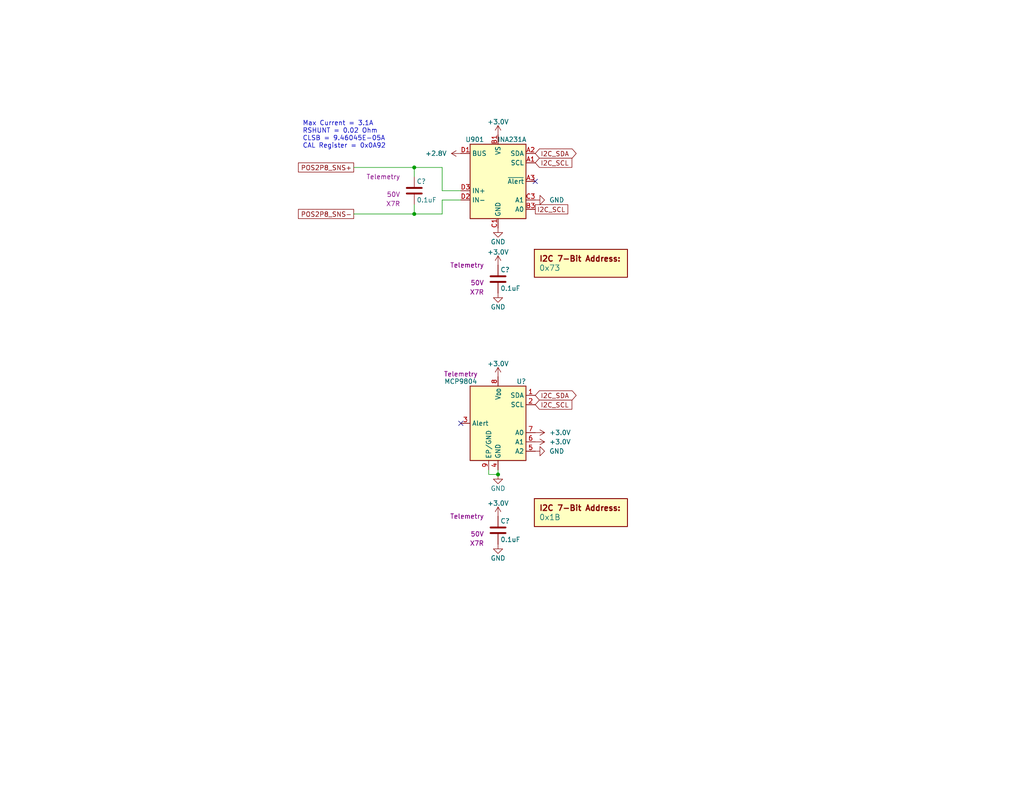
<source format=kicad_sch>
(kicad_sch (version 20231120) (generator "eeschema") (generator_version "8.0")
  (paper "A")
  (title_block (title "Thermal Camera") (date "2024-05-24") (rev "PRELIM") (company "Drew Maatman and Michael Laffin"))
  (lib_symbols
    (symbol "Custom Library:+2.8V" (power) (pin_names (offset 0))
      (property "Value" "+2.8V" (at 0 3.556 0))
      (symbol "+2.8V_0_1"
        (polyline (pts (xy -0.762 1.27) (xy 0 2.54)))
        (polyline (pts (xy 0 0) (xy 0 2.54)))
        (polyline (pts (xy 0 2.54) (xy 0.762 1.27)))
      )
      (symbol "+2.8V_1_1"
        (pin power_in line (at 0 0 90) (length 0) hide (name "+2.8V") (number "1"))
      )
    )
    (symbol "Custom Library:+3.0V" (power) (pin_names (offset 0))
      (property "Value" "+3.0V" (at 0 3.556 0))
      (symbol "+3.0V_0_1"
        (polyline (pts (xy -0.762 1.27) (xy 0 2.54)))
        (polyline (pts (xy 0 0) (xy 0 2.54)))
        (polyline (pts (xy 0 2.54) (xy 0.762 1.27)))
      )
      (symbol "+3.0V_1_1"
        (pin power_in line (at 0 0 90) (length 0) hide (name "+3.0V") (number "1"))
      )
    )
    (symbol "Custom Library:INA231A"
      (property "Reference" "U" (at -6.35 11.43 0))
      (property "Value" "INA231A" (at 3.81 11.43 0))
      (symbol "INA231A_0_1"
        (rectangle (start 7.62 10.16) (end -7.62 -10.16) (stroke (width 0.254)) (fill (type background)))
      )
      (symbol "INA231A_1_1"
        (pin input line (at 10.16 5.08 180) (length 2.54) (name "SCL") (number "A1"))
        (pin bidirectional line (at 10.16 7.62 180) (length 2.54) (name "SDA") (number "A2"))
        (pin open_collector line (at 10.16 0 180) (length 2.54) (name "~{Alert}") (number "A3"))
        (pin power_in line (at 0 12.7 270) (length 2.54) (name "VS") (number "B1"))
        (pin no_connect line (at 2.54 -12.7 90) (length 2.54) hide (name "NC") (number "B2"))
        (pin input line (at 10.16 -7.62 180) (length 2.54) (name "A0") (number "B3"))
        (pin power_in line (at 0 -12.7 90) (length 2.54) (name "GND") (number "C1"))
        (pin no_connect line (at 5.08 -12.7 90) (length 2.54) hide (name "NC") (number "C2"))
        (pin input line (at 10.16 -5.08 180) (length 2.54) (name "A1") (number "C3"))
        (pin input line (at -10.16 7.62 0) (length 2.54) (name "BUS") (number "D1"))
        (pin input line (at -10.16 -5.08 0) (length 2.54) (name "IN-") (number "D2"))
        (pin input line (at -10.16 -2.54 0) (length 2.54) (name "IN+") (number "D3"))
      )
    )
    (symbol "Custom_Library:C_Custom" (pin_numbers hide) (pin_names (offset 0.254))
      (property "Reference" "C" (at 0.635 2.54 0))
      (property "Value" "Custom_Library_C_Custom" (at 0.635 -2.54 0))
      (property "display_footprint" "Foot" (at -3.81 2.54 0))
      (property "Voltage" "V" (at -3.81 0 0))
      (property "Dielectric" "Er" (at -3.81 -2.54 0))
      (symbol "C_Custom_0_1"
        (polyline (pts (xy -2.032 -0.762) (xy 2.032 -0.762)) (stroke (width 0.508)))
        (polyline (pts (xy -2.032 0.762) (xy 2.032 0.762)) (stroke (width 0.508)))
      )
      (symbol "C_Custom_1_1"
        (pin passive line (at 0 3.81 270) (length 2.794) (name "~") (number "1"))
        (pin passive line (at 0 -3.81 90) (length 2.794) (name "~") (number "2"))
      )
    )
    (symbol "Custom_Library:I2C_Address" (pin_names (offset 1.016))
      (property "Value" "Custom_Library_I2C_Address" (at -11.43 0 0))
      (symbol "I2C_Address_0_0"
        (rectangle (start -12.7 5.08) (end 12.7 -2.54) (stroke (width 0.254)) (fill (type background)))
        (text "I2C 7-Bit Address:" (at -11.43 2.54 0) (effects (font (size 1.524 1.524) (bold yes)) (justify left)))
      )
    )
    (symbol "Sensor_Temperature:MCP9804_DFN"
      (property "Reference" "U" (at -6.35 11.43 0))
      (property "Value" "MCP9804_DFN" (at 10.16 11.43 0))
      (symbol "MCP9804_DFN_0_1"
        (rectangle (start -7.62 10.16) (end 7.62 -10.16) (stroke (width 0.254)) (fill (type background)))
      )
      (symbol "MCP9804_DFN_1_1"
        (pin bidirectional line (at -10.16 7.62 0) (length 2.54) (name "SDA") (number "1"))
        (pin input line (at -10.16 5.08 0) (length 2.54) (name "SCL") (number "2"))
        (pin output line (at 10.16 0 180) (length 2.54) (name "Alert") (number "3"))
        (pin power_in line (at 0 -12.7 90) (length 2.54) (name "GND") (number "4"))
        (pin input line (at -10.16 -7.62 0) (length 2.54) (name "A2") (number "5"))
        (pin input line (at -10.16 -5.08 0) (length 2.54) (name "A1") (number "6"))
        (pin input line (at -10.16 -2.54 0) (length 2.54) (name "A0") (number "7"))
        (pin power_in line (at 0 12.7 270) (length 2.54) (name "V_{DD}") (number "8"))
        (pin power_in line (at 2.54 -12.7 90) (length 2.54) (name "EP/GND") (number "9"))
      )
    )
    (symbol "power:GND" (power) (pin_names (offset 0))
      (property "Value" "GND" (at 0 -3.81 0))
      (symbol "GND_0_1"
        (polyline (pts (xy 0 0) (xy 0 -1.27) (xy 1.27 -1.27) (xy 0 -2.54) (xy -1.27 -1.27) (xy 0 -1.27)))
      )
      (symbol "GND_1_1"
        (pin power_in line (at 0 0 270) (length 0) hide (name "GND") (number "1"))
      )
    )
  )
  (junction (at 113.03 45.72))
  (junction (at 113.03 58.42))
  (junction (at 135.89 129.54))
  (no_connect (at 146.05 49.53))
  (no_connect (at 125.73 115.57))
  (wire (pts (xy 96.52 45.72) (xy 113.03 45.72)))
  (wire (pts (xy 113.03 48.26) (xy 113.03 45.72)))
  (wire (pts (xy 120.65 54.61) (xy 125.73 54.61)))
  (wire (pts (xy 113.03 55.88) (xy 113.03 58.42)))
  (wire (pts (xy 135.89 129.54) (xy 133.35 129.54)))
  (wire (pts (xy 120.65 45.72) (xy 113.03 45.72)))
  (wire (pts (xy 120.65 52.07) (xy 120.65 45.72)))
  (wire (pts (xy 120.65 54.61) (xy 120.65 58.42)))
  (wire (pts (xy 135.89 129.54) (xy 135.89 128.27)))
  (wire (pts (xy 133.35 129.54) (xy 133.35 128.27)))
  (wire (pts (xy 125.73 52.07) (xy 120.65 52.07)))
  (wire (pts (xy 120.65 58.42) (xy 113.03 58.42)))
  (wire (pts (xy 96.52 58.42) (xy 113.03 58.42)))
  (text "Max Current = 3.1A\nRSHUNT = 0.02 Ohm\nCLSB = 9.46045E-05A\nCAL Register = 0x0A92" (at 82.55 40.64 0) (effects (font (size 1.27 1.27)) (justify left bottom)))
  (global_label "I2C_SCL" (shape input) (at 146.05 44.45 0) (property "Intersheetrefs" "${INTERSHEET_REFS}" (effects (hide yes))))
  (global_label "I2C_SDA" (shape bidirectional) (at 146.05 107.95 0) (property "Intersheetrefs" "${INTERSHEET_REFS}" (effects (hide yes))))
  (global_label "POS2P8_SNS-" (shape passive) (at 96.52 58.42 180) (property "Intersheetrefs" "${INTERSHEET_REFS}" (effects (hide yes))))
  (global_label "I2C_SDA" (shape bidirectional) (at 146.05 41.91 0) (property "Intersheetrefs" "${INTERSHEET_REFS}" (effects (hide yes))))
  (global_label "I2C_SCL" (shape input) (at 146.05 110.49 0) (property "Intersheetrefs" "${INTERSHEET_REFS}" (effects (hide yes))))
  (global_label "I2C_SCL" (shape passive) (at 146.05 57.15 0) (property "Intersheetrefs" "${INTERSHEET_REFS}" (effects (hide yes))))
  (global_label "POS2P8_SNS+" (shape passive) (at 96.52 45.72 180) (property "Intersheetrefs" "${INTERSHEET_REFS}" (effects (hide yes))))
  (symbol (lib_id "power:GND") (at 135.89 62.23 0) (unit 1)
    (property "Reference" "#PWR?" (effects (hide yes)))
    (property "Value" "GND" (at 135.89 66.04 0))
    (instances (project "Nixie_Clock_Core" (path "" (reference "#PWR?") (unit 1))) (project "LED_Panel_Controller" (path "" (reference "#PWR?") (unit 1)) (path "" (reference "#PWR?") (unit 1)) (path "" (reference "#PWR?") (unit 1)) (path "" (reference "#PWR?") (unit 1)) (path "" (reference "#PWR?") (unit 1)) (path "" (reference "#PWR?") (unit 1))) (project "Thermal_Camera" (path "" (reference "#PWR0903") (unit 1))))
  )
  (symbol (lib_id "Custom_Library:I2C_Address") (at 158.496 141.224 0) (unit 1)
    (property "Reference" "DOC?" (effects (hide yes)))
    (property "Value" "0x1B" (at 147.066 141.224 0) (effects (font (size 1.524 1.524)) (justify left)))
    (instances (project "Nixie_Clock_Core" (path "" (reference "DOC?") (unit 1))) (project "LED_Panel_Controller" (path "" (reference "DOC?") (unit 1)) (path "" (reference "DOC?") (unit 1)) (path "" (reference "DOC?") (unit 1)) (path "" (reference "DOC?") (unit 1)) (path "" (reference "DOC?") (unit 1)) (path "" (reference "DOC?") (unit 1))) (project "Thermal_Camera" (path "" (reference "DOC902") (unit 1))))
  )
  (symbol (lib_id "power:GND") (at 135.89 80.01 0) (unit 1)
    (property "Reference" "#PWR?" (effects (hide yes)))
    (property "Value" "GND" (at 135.89 83.82 0))
    (instances (project "Nixie_Clock_Core" (path "" (reference "#PWR?") (unit 1))) (project "LED_Panel_Controller" (path "" (reference "#PWR?") (unit 1)) (path "" (reference "#PWR?") (unit 1)) (path "" (reference "#PWR?") (unit 1)) (path "" (reference "#PWR?") (unit 1)) (path "" (reference "#PWR?") (unit 1)) (path "" (reference "#PWR?") (unit 1))) (project "Thermal_Camera" (path "" (reference "#PWR0905") (unit 1))))
  )
  (symbol (lib_id "Custom Library:+3.0V") (at 135.89 36.83 0) (unit 1)
    (property "Reference" "#PWR0902" (effects (hide yes)))
    (property "Value" "+3.0V" (at 135.89 33.274 0))
  )
  (symbol (lib_id "Custom Library:INA231A") (at 135.89 49.53 0) (unit 1)
    (property "Reference" "U901" (at 129.54 38.1 0))
    (property "Value" "INA231A" (at 139.7 38.1 0))
    (property "Footprint" "Custom Footprints Library:Texas_DSBGA-12_1.65x1.39mm_Layout3x4_P0.4mm" (effects (hide yes)))
    (property "Datasheet" "http://www.ti.com/lit/ds/symlink/ina231.pdf" (effects (hide yes)))
    (property "Digi-Key PN" "296-41263-1-ND" (effects (hide yes)))
  )
  (symbol (lib_id "Custom_Library:C_Custom") (at 135.89 76.2 0) (unit 1)
    (property "Reference" "C?" (at 136.525 73.66 0) (effects (justify left)))
    (property "Value" "0.1uF" (at 136.525 78.74 0) (effects (justify left)))
    (property "Voltage" "50V" (at 132.08 77.216 0) (effects (justify right)))
    (property "Dielectric" "X7R" (at 132.08 79.756 0) (effects (justify right)))
    (property "Configuration" "Telemetry" (at 132.08 72.39 0) (effects (justify right)))
    (instances (project "Nixie_Clock_Core" (path "" (reference "C?") (unit 1))) (project "LED_Panel_Controller" (path "" (reference "C?") (unit 1)) (path "" (reference "C?") (unit 1)) (path "" (reference "C?") (unit 1)) (path "" (reference "C?") (unit 1)) (path "" (reference "C?") (unit 1)) (path "" (reference "C?") (unit 1)) (path "" (reference "C?") (unit 1))) (project "Thermal_Camera" (path "" (reference "C902") (unit 1))))
  )
  (symbol (lib_id "Custom_Library:C_Custom") (at 113.03 52.07 0) (unit 1)
    (property "Reference" "C?" (at 113.665 49.53 0) (effects (justify left)))
    (property "Value" "0.1uF" (at 113.665 54.61 0) (effects (justify left)))
    (property "Voltage" "50V" (at 109.22 53.086 0) (effects (justify right)))
    (property "Dielectric" "X7R" (at 109.22 55.626 0) (effects (justify right)))
    (property "Configuration" "Telemetry" (at 109.22 48.26 0) (effects (justify right)))
    (instances (project "Nixie_Clock_Core" (path "" (reference "C?") (unit 1))) (project "LED_Panel_Controller" (path "" (reference "C?") (unit 1)) (path "" (reference "C?") (unit 1)) (path "" (reference "C?") (unit 1)) (path "" (reference "C?") (unit 1)) (path "" (reference "C?") (unit 1)) (path "" (reference "C?") (unit 1)) (path "" (reference "C?") (unit 1))) (project "Thermal_Camera" (path "" (reference "C901") (unit 1))))
  )
  (symbol (lib_id "Custom Library:+3.0V") (at 146.05 118.11 270) (unit 1)
    (property "Reference" "#PWR0911" (effects (hide yes)))
    (property "Value" "+3.0V" (at 149.86 118.1099 90) (effects (justify left)))
  )
  (symbol (lib_id "Custom Library:+3.0V") (at 135.89 102.87 0) (unit 1)
    (property "Reference" "#PWR0906" (effects (hide yes)))
    (property "Value" "+3.0V" (at 135.89 99.314 0))
  )
  (symbol (lib_id "power:GND") (at 135.89 129.54 0) (mirror y) (unit 1)
    (property "Reference" "#PWR?" (effects (hide yes)))
    (property "Value" "GND" (at 135.89 133.35 0))
    (instances (project "Nixie_Clock_Core" (path "" (reference "#PWR?") (unit 1))) (project "LED_Panel_Controller" (path "" (reference "#PWR?") (unit 1)) (path "" (reference "#PWR?") (unit 1)) (path "" (reference "#PWR?") (unit 1)) (path "" (reference "#PWR?") (unit 1)) (path "" (reference "#PWR?") (unit 1)) (path "" (reference "#PWR?") (unit 1)) (path "" (reference "#PWR?") (unit 1))) (project "Thermal_Camera" (path "" (reference "#PWR0907") (unit 1))))
  )
  (symbol (lib_id "Custom_Library:I2C_Address") (at 158.496 73.152 0) (unit 1)
    (property "Reference" "DOC?" (effects (hide yes)))
    (property "Value" "0x73" (at 147.066 73.152 0) (effects (font (size 1.524 1.524)) (justify left)))
    (instances (project "Nixie_Clock_Core" (path "" (reference "DOC?") (unit 1))) (project "LED_Panel_Controller" (path "" (reference "DOC?") (unit 1)) (path "" (reference "DOC?") (unit 1)) (path "" (reference "DOC?") (unit 1)) (path "" (reference "DOC?") (unit 1)) (path "" (reference "DOC?") (unit 1)) (path "" (reference "DOC?") (unit 1))) (project "Thermal_Camera" (path "" (reference "DOC901") (unit 1))))
  )
  (symbol (lib_id "power:GND") (at 135.89 148.59 0) (unit 1)
    (property "Reference" "#PWR?" (effects (hide yes)))
    (property "Value" "GND" (at 135.89 152.4 0))
    (instances (project "Nixie_Clock_Core" (path "" (reference "#PWR?") (unit 1))) (project "LED_Panel_Controller" (path "" (reference "#PWR?") (unit 1)) (path "" (reference "#PWR?") (unit 1)) (path "" (reference "#PWR?") (unit 1)) (path "" (reference "#PWR?") (unit 1)) (path "" (reference "#PWR?") (unit 1)) (path "" (reference "#PWR?") (unit 1))) (project "Thermal_Camera" (path "" (reference "#PWR0909") (unit 1))))
  )
  (symbol (lib_id "Custom Library:+3.0V") (at 146.05 120.65 270) (unit 1)
    (property "Reference" "#PWR0912" (effects (hide yes)))
    (property "Value" "+3.0V" (at 149.86 120.6499 90) (effects (justify left)))
  )
  (symbol (lib_id "Custom Library:+3.0V") (at 135.89 72.39 0) (unit 1)
    (property "Reference" "#PWR0904" (effects (hide yes)))
    (property "Value" "+3.0V" (at 135.89 68.834 0))
  )
  (symbol (lib_id "Sensor_Temperature:MCP9804_DFN") (at 135.89 115.57 0) (mirror y) (unit 1)
    (property "Reference" "U?" (at 142.24 104.14 0))
    (property "Value" "MCP9804" (at 125.73 104.14 0))
    (property "Footprint" "Package_DFN_QFN:DFN-8-1EP_3x2mm_P0.5mm_EP1.3x1.5mm" (effects (hide yes)))
    (property "Datasheet" "http://ww1.microchip.com/downloads/en/DeviceDoc/22203b.pdf" (effects (hide yes)))
    (property "Digi-Key PN" "MCP9804T-E/MCCT-ND" (effects (hide yes)))
    (property "Configuration" "Telemetry" (at 125.73 102.108 0))
    (instances (project "Nixie_Clock_Core" (path "" (reference "U?") (unit 1))) (project "LED_Panel_Controller" (path "" (reference "U?") (unit 1)) (path "" (reference "U?") (unit 1)) (path "" (reference "U?") (unit 1)) (path "" (reference "U?") (unit 1)) (path "" (reference "U?") (unit 1)) (path "" (reference "U?") (unit 1)) (path "" (reference "U?") (unit 1))) (project "Thermal_Camera" (path "" (reference "U902") (unit 1))))
  )
  (symbol (lib_id "Custom_Library:C_Custom") (at 135.89 144.78 0) (unit 1)
    (property "Reference" "C?" (at 136.525 142.24 0) (effects (justify left)))
    (property "Value" "0.1uF" (at 136.525 147.32 0) (effects (justify left)))
    (property "Voltage" "50V" (at 132.08 145.796 0) (effects (justify right)))
    (property "Dielectric" "X7R" (at 132.08 148.336 0) (effects (justify right)))
    (property "Configuration" "Telemetry" (at 132.08 140.97 0) (effects (justify right)))
    (instances (project "Nixie_Clock_Core" (path "" (reference "C?") (unit 1))) (project "LED_Panel_Controller" (path "" (reference "C?") (unit 1)) (path "" (reference "C?") (unit 1)) (path "" (reference "C?") (unit 1)) (path "" (reference "C?") (unit 1)) (path "" (reference "C?") (unit 1)) (path "" (reference "C?") (unit 1)) (path "" (reference "C?") (unit 1))) (project "Thermal_Camera" (path "" (reference "C903") (unit 1))))
  )
  (symbol (lib_id "power:GND") (at 146.05 54.61 90) (unit 1)
    (property "Reference" "#PWR0910" (effects (hide yes)))
    (property "Value" "GND" (at 149.86 54.6099 90) (effects (justify right)))
  )
  (symbol (lib_id "Custom Library:+3.0V") (at 135.89 140.97 0) (unit 1)
    (property "Reference" "#PWR0908" (effects (hide yes)))
    (property "Value" "+3.0V" (at 135.89 137.414 0))
  )
  (symbol (lib_id "power:GND") (at 146.05 123.19 90) (mirror x) (unit 1)
    (property "Reference" "#PWR0913" (effects (hide yes)))
    (property "Value" "GND" (at 149.86 123.1899 90) (effects (justify right)))
  )
  (symbol (lib_id "Custom Library:+2.8V") (at 125.73 41.91 90) (unit 1)
    (property "Reference" "#PWR0901" (effects (hide yes)))
    (property "Value" "+2.8V" (at 121.92 41.91 90) (effects (justify left)))
  )
)
</source>
